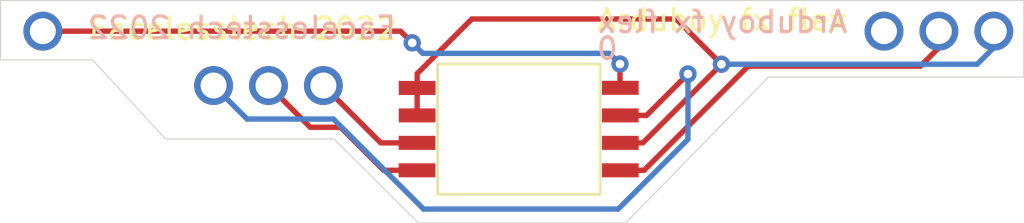
<source format=kicad_pcb>
(kicad_pcb (version 20171130) (host pcbnew 5.1.9+dfsg1-1)

  (general
    (thickness 1.6)
    (drawings 18)
    (tracks 38)
    (zones 0)
    (modules 2)
    (nets 8)
  )

  (page A4)
  (layers
    (0 F.Cu signal)
    (31 B.Cu signal)
    (32 B.Adhes user)
    (33 F.Adhes user)
    (34 B.Paste user)
    (35 F.Paste user)
    (36 B.SilkS user)
    (37 F.SilkS user)
    (38 B.Mask user)
    (39 F.Mask user)
    (40 Dwgs.User user)
    (41 Cmts.User user)
    (42 Eco1.User user)
    (43 Eco2.User user)
    (44 Edge.Cuts user)
    (45 Margin user)
    (46 B.CrtYd user)
    (47 F.CrtYd user)
    (48 B.Fab user)
    (49 F.Fab user)
  )

  (setup
    (last_trace_width 0.25)
    (trace_clearance 0.2)
    (zone_clearance 0.508)
    (zone_45_only no)
    (trace_min 0.2)
    (via_size 0.8)
    (via_drill 0.4)
    (via_min_size 0.4)
    (via_min_drill 0.3)
    (uvia_size 0.3)
    (uvia_drill 0.1)
    (uvias_allowed no)
    (uvia_min_size 0.2)
    (uvia_min_drill 0.1)
    (edge_width 0.05)
    (segment_width 0.2)
    (pcb_text_width 0.3)
    (pcb_text_size 1.5 1.5)
    (mod_edge_width 0.12)
    (mod_text_size 1 1)
    (mod_text_width 0.15)
    (pad_size 1.524 1.524)
    (pad_drill 0.762)
    (pad_to_mask_clearance 0)
    (aux_axis_origin 0 0)
    (visible_elements FFFFFF7F)
    (pcbplotparams
      (layerselection 0x010f0_ffffffff)
      (usegerberextensions false)
      (usegerberattributes true)
      (usegerberadvancedattributes true)
      (creategerberjobfile true)
      (excludeedgelayer true)
      (linewidth 0.100000)
      (plotframeref false)
      (viasonmask false)
      (mode 1)
      (useauxorigin false)
      (hpglpennumber 1)
      (hpglpenspeed 20)
      (hpglpendiameter 15.000000)
      (psnegative false)
      (psa4output false)
      (plotreference true)
      (plotvalue true)
      (plotinvisibletext false)
      (padsonsilk false)
      (subtractmaskfromsilk false)
      (outputformat 1)
      (mirror false)
      (drillshape 0)
      (scaleselection 1)
      (outputdirectory "gerbers/"))
  )

  (net 0 "")
  (net 1 "Net-(U1-Pad1)")
  (net 2 "Net-(U1-Pad2)")
  (net 3 "Net-(U1-Pad3)")
  (net 4 "Net-(U1-Pad4)")
  (net 5 "Net-(U1-Pad5)")
  (net 6 "Net-(U1-Pad6)")
  (net 7 "Net-(U1-Pad7)")

  (net_class Default "This is the default net class."
    (clearance 0.2)
    (trace_width 0.25)
    (via_dia 0.8)
    (via_drill 0.4)
    (uvia_dia 0.3)
    (uvia_drill 0.1)
    (add_net "Net-(U1-Pad1)")
    (add_net "Net-(U1-Pad2)")
    (add_net "Net-(U1-Pad3)")
    (add_net "Net-(U1-Pad4)")
    (add_net "Net-(U1-Pad5)")
    (add_net "Net-(U1-Pad6)")
    (add_net "Net-(U1-Pad7)")
  )

  (module arduino:attiny85_arduino_enbedded (layer F.Cu) (tedit 60102B05) (tstamp 61CB533D)
    (at 154.2034 87.96528)
    (descr "8-Lead Plastic Small Outline (SM) - Medium, 5.28 mm Body [SOIC] (see Microchip Packaging Specification 00000049BS.pdf)")
    (tags "SOIC 1.27")
    (path /61C6BEBB)
    (attr smd)
    (fp_text reference U2 (at 0.0762 -4.10972) (layer F.SilkS) hide
      (effects (font (size 1 1) (thickness 0.15)))
    )
    (fp_text value w25q128_8pin_sop (at 0.21336 4.25196) (layer F.Fab) hide
      (effects (font (size 1 1) (thickness 0.15)))
    )
    (fp_line (start 3.7592 2.9972) (end 3.7592 -3.00736) (layer F.SilkS) (width 0.15))
    (fp_line (start -3.75412 2.9972) (end -3.75412 -3.00736) (layer F.SilkS) (width 0.15))
    (fp_line (start -3.75412 -3.01244) (end 3.7592 -3.01244) (layer F.SilkS) (width 0.15))
    (fp_line (start -3.75412 3.01244) (end 3.7592 3.01244) (layer F.SilkS) (width 0.15))
    (fp_text user %R (at 0 0) (layer F.Fab) hide
      (effects (font (size 1 1) (thickness 0.15)))
    )
    (fp_text user 0 (at 4.09448 -3.72364) (layer F.SilkS)
      (effects (font (size 1 1) (thickness 0.15)))
    )
    (fp_text user 0 (at 4.09448 -3.72364) (layer B.SilkS)
      (effects (font (size 1 1) (thickness 0.15)) (justify mirror))
    )
    (pad 7 smd rect (at -4.699 -0.635) (size 1.7 0.65) (layers F.Cu F.Paste F.Mask)
      (net 1 "Net-(U1-Pad1)"))
    (pad 6 smd rect (at -4.70408 0.635) (size 1.7 0.65) (layers F.Cu F.Paste F.Mask)
      (net 4 "Net-(U1-Pad4)"))
    (pad 5 smd rect (at -4.70408 1.905) (size 1.7 0.65) (layers F.Cu F.Paste F.Mask)
      (net 5 "Net-(U1-Pad5)"))
    (pad 4 smd rect (at 4.699 1.905) (size 1.7 0.65) (layers F.Cu F.Paste F.Mask)
      (net 2 "Net-(U1-Pad2)"))
    (pad 3 smd rect (at 4.699 0.635) (size 1.7 0.65) (layers F.Cu F.Paste F.Mask)
      (net 1 "Net-(U1-Pad1)"))
    (pad 2 smd rect (at 4.699 -0.635) (size 1.7 0.65) (layers F.Cu F.Paste F.Mask)
      (net 6 "Net-(U1-Pad6)"))
    (pad 1 smd rect (at 4.699 -1.91008) (size 1.7 0.65) (layers F.Cu F.Paste F.Mask)
      (net 7 "Net-(U1-Pad7)"))
    (pad 8 smd rect (at -4.699 -1.905) (size 1.7 0.65) (layers F.Cu F.Paste F.Mask)
      (net 1 "Net-(U1-Pad1)"))
    (model ${KISYS3DMOD}/Package_SO.3dshapes/SOIJ-8_5.3x5.3mm_P1.27mm.wrl
      (at (xyz 0 0 0))
      (scale (xyz 1 1 1))
      (rotate (xyz 0 0 0))
    )
  )

  (module custom_connectors:arduboy_flash_chip_headers (layer F.Cu) (tedit 6210FF24) (tstamp 621100F9)
    (at 154.15768 91.94292)
    (path /61C6CD3E)
    (fp_text reference U1 (at 0.0762 1.524) (layer F.SilkS) hide
      (effects (font (size 1 1) (thickness 0.15)))
    )
    (fp_text value arduboy_test_pads (at -0.4318 -1.5494) (layer F.Fab) hide
      (effects (font (size 1 1) (thickness 0.15)))
    )
    (pad 3 thru_hole circle (at 16.9418 -8.509) (size 1.8 1.8) (drill 1.2) (layers *.Cu *.Mask)
      (net 3 "Net-(U1-Pad3)"))
    (pad 2 thru_hole circle (at 19.4818 -8.509) (size 1.8 1.8) (drill 1.2) (layers *.Cu *.Mask)
      (net 2 "Net-(U1-Pad2)"))
    (pad 1 thru_hole circle (at 22.0218 -8.509) (size 1.8 1.8) (drill 1.2) (layers *.Cu *.Mask)
      (net 1 "Net-(U1-Pad1)"))
    (pad 4 thru_hole circle (at -8.9916 -5.9944) (size 1.8 1.8) (drill 1.2) (layers *.Cu *.Mask)
      (net 4 "Net-(U1-Pad4)"))
    (pad 5 thru_hole circle (at -11.5316 -5.9944) (size 1.8 1.8) (drill 1.2) (layers *.Cu *.Mask)
      (net 5 "Net-(U1-Pad5)"))
    (pad 6 thru_hole circle (at -14.0716 -5.9944) (size 1.8 1.8) (drill 1.2) (layers *.Cu *.Mask)
      (net 6 "Net-(U1-Pad6)"))
    (pad 7 thru_hole circle (at -21.971 -8.509) (size 1.8 1.8) (drill 1.2) (layers *.Cu *.Mask)
      (net 7 "Net-(U1-Pad7)"))
  )

  (gr_line (start 130.23088 82.0166) (end 177.56632 82.0166) (layer Edge.Cuts) (width 0.05) (tstamp 621101D5))
  (gr_line (start 165.75024 85.56244) (end 177.56632 85.56244) (layer Edge.Cuts) (width 0.05))
  (gr_line (start 177.56632 82.0166) (end 177.56632 85.56752) (layer Edge.Cuts) (width 0.05))
  (gr_line (start 134.48792 84.7598) (end 137.86612 88.42248) (layer Edge.Cuts) (width 0.05) (tstamp 62110147))
  (gr_line (start 159.15132 92.3036) (end 149.5552 92.3036) (layer Edge.Cuts) (width 0.05))
  (gr_line (start 145.65884 88.42248) (end 137.86612 88.42248) (layer Edge.Cuts) (width 0.05))
  (gr_line (start 149.55012 92.29344) (end 145.65884 88.42248) (layer Edge.Cuts) (width 0.05))
  (gr_text "Facelesstech 2022" (at 141.38656 83.27644) (layer B.SilkS) (tstamp 61CB54D2)
    (effects (font (size 1 1) (thickness 0.15)) (justify mirror))
  )
  (gr_text "Arduboy fx flex" (at 163.63696 83.00212) (layer B.SilkS) (tstamp 61CB54BA)
    (effects (font (size 1 1) (thickness 0.15)) (justify mirror))
  )
  (gr_text "Arduboy fx flex" (at 163.61156 82.91068) (layer F.SilkS)
    (effects (font (size 1 1) (thickness 0.15)))
  )
  (gr_text "Facelesstech 2022" (at 141.43736 83.32216) (layer F.SilkS)
    (effects (font (size 1 1) (thickness 0.15)))
  )
  (gr_line (start 165.75024 85.56244) (end 159.15132 92.3036) (layer Edge.Cuts) (width 0.05))
  (gr_line (start 134.48792 84.7598) (end 130.23596 84.7598) (layer Edge.Cuts) (width 0.05))
  (gr_line (start 130.23088 82.0166) (end 130.23088 84.7598) (layer Edge.Cuts) (width 0.05))
  (gr_line (start 150.4696 90.97264) (end 157.98292 90.97264) (layer Edge.Cuts) (width 0.05) (tstamp 61CB328B))
  (gr_line (start 150.45436 84.94268) (end 150.45436 90.97264) (layer Edge.Cuts) (width 0.05) (tstamp 61CB83F1))
  (gr_line (start 157.97784 84.94268) (end 157.97784 90.97264) (layer Edge.Cuts) (width 0.05))
  (gr_line (start 150.46452 84.94268) (end 157.97784 84.94268) (layer Edge.Cuts) (width 0.05))

  (segment (start 149.5044 87.33028) (end 149.5044 86.06028) (width 0.25) (layer F.Cu) (net 1))
  (via (at 163.58108 84.963) (size 0.8) (drill 0.4) (layers F.Cu B.Cu) (net 1))
  (segment (start 175.4124 84.963) (end 163.58108 84.963) (width 0.25) (layer B.Cu) (net 1))
  (segment (start 176.94148 83.43392) (end 175.4124 84.963) (width 0.25) (layer B.Cu) (net 1))
  (segment (start 159.9438 88.60028) (end 158.9024 88.60028) (width 0.25) (layer F.Cu) (net 1))
  (segment (start 163.58108 84.963) (end 159.9438 88.60028) (width 0.25) (layer F.Cu) (net 1))
  (segment (start 163.58108 84.963) (end 161.48812 82.87004) (width 0.25) (layer F.Cu) (net 1))
  (segment (start 149.5044 85.397652) (end 149.5044 86.06028) (width 0.25) (layer F.Cu) (net 1))
  (segment (start 152.032012 82.87004) (end 149.5044 85.397652) (width 0.25) (layer F.Cu) (net 1))
  (segment (start 161.48812 82.87004) (end 152.032012 82.87004) (width 0.25) (layer F.Cu) (net 1))
  (segment (start 172.7835 85.0519) (end 174.40148 83.43392) (width 0.25) (layer F.Cu) (net 2))
  (segment (start 164.81806 85.0519) (end 172.7835 85.0519) (width 0.25) (layer F.Cu) (net 2))
  (segment (start 159.99968 89.87028) (end 164.81806 85.0519) (width 0.25) (layer F.Cu) (net 2))
  (segment (start 158.9024 89.87028) (end 159.99968 89.87028) (width 0.25) (layer F.Cu) (net 2))
  (segment (start 147.81784 88.60028) (end 149.49932 88.60028) (width 0.25) (layer F.Cu) (net 4))
  (segment (start 145.16608 85.94852) (end 147.81784 88.60028) (width 0.25) (layer F.Cu) (net 4))
  (segment (start 142.62608 85.94852) (end 144.55648 87.87892) (width 0.25) (layer F.Cu) (net 5))
  (segment (start 144.55648 87.87892) (end 145.95856 87.87892) (width 0.25) (layer F.Cu) (net 5))
  (segment (start 147.94992 89.87028) (end 149.49932 89.87028) (width 0.25) (layer F.Cu) (net 5))
  (segment (start 145.95856 87.87892) (end 147.94992 89.87028) (width 0.25) (layer F.Cu) (net 5))
  (via (at 162.03168 85.41512) (size 0.8) (drill 0.4) (layers F.Cu B.Cu) (net 6))
  (segment (start 160.11652 87.33028) (end 158.9024 87.33028) (width 0.25) (layer F.Cu) (net 6))
  (segment (start 162.03168 85.41512) (end 160.11652 87.33028) (width 0.25) (layer F.Cu) (net 6))
  (segment (start 162.03168 88.43772) (end 162.03168 85.41512) (width 0.25) (layer B.Cu) (net 6))
  (segment (start 158.80588 91.66352) (end 162.03168 88.43772) (width 0.25) (layer B.Cu) (net 6))
  (segment (start 149.79904 91.66352) (end 158.80588 91.66352) (width 0.25) (layer B.Cu) (net 6))
  (segment (start 145.63344 87.49792) (end 149.79904 91.66352) (width 0.25) (layer B.Cu) (net 6))
  (segment (start 141.63548 87.49792) (end 145.63344 87.49792) (width 0.25) (layer B.Cu) (net 6))
  (segment (start 140.08608 85.94852) (end 141.63548 87.49792) (width 0.25) (layer B.Cu) (net 6))
  (via (at 149.2758 83.9724) (size 0.8) (drill 0.4) (layers F.Cu B.Cu) (net 7))
  (segment (start 148.73732 83.43392) (end 149.2758 83.9724) (width 0.25) (layer F.Cu) (net 7))
  (segment (start 131.67868 83.43392) (end 148.73732 83.43392) (width 0.25) (layer F.Cu) (net 7))
  (via (at 158.88716 84.95284) (size 0.8) (drill 0.4) (layers F.Cu B.Cu) (net 7))
  (segment (start 158.88716 86.03996) (end 158.9024 86.0552) (width 0.25) (layer F.Cu) (net 7))
  (segment (start 158.88716 84.95284) (end 158.88716 86.03996) (width 0.25) (layer F.Cu) (net 7))
  (segment (start 158.3944 84.46008) (end 158.88716 84.95284) (width 0.25) (layer B.Cu) (net 7))
  (segment (start 149.76348 84.46008) (end 158.3944 84.46008) (width 0.25) (layer B.Cu) (net 7))
  (segment (start 149.2758 83.9724) (end 149.76348 84.46008) (width 0.25) (layer B.Cu) (net 7))

)

</source>
